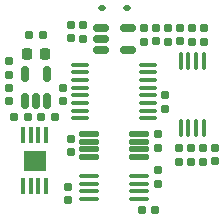
<source format=gbr>
G04 #@! TF.GenerationSoftware,KiCad,Pcbnew,9.0.3*
G04 #@! TF.CreationDate,2025-08-06T23:44:27+02:00*
G04 #@! TF.ProjectId,MADC,4d414443-2e6b-4696-9361-645f70636258,rev?*
G04 #@! TF.SameCoordinates,Original*
G04 #@! TF.FileFunction,Soldermask,Top*
G04 #@! TF.FilePolarity,Negative*
%FSLAX46Y46*%
G04 Gerber Fmt 4.6, Leading zero omitted, Abs format (unit mm)*
G04 Created by KiCad (PCBNEW 9.0.3) date 2025-08-06 23:44:27*
%MOMM*%
%LPD*%
G01*
G04 APERTURE LIST*
G04 Aperture macros list*
%AMRoundRect*
0 Rectangle with rounded corners*
0 $1 Rounding radius*
0 $2 $3 $4 $5 $6 $7 $8 $9 X,Y pos of 4 corners*
0 Add a 4 corners polygon primitive as box body*
4,1,4,$2,$3,$4,$5,$6,$7,$8,$9,$2,$3,0*
0 Add four circle primitives for the rounded corners*
1,1,$1+$1,$2,$3*
1,1,$1+$1,$4,$5*
1,1,$1+$1,$6,$7*
1,1,$1+$1,$8,$9*
0 Add four rect primitives between the rounded corners*
20,1,$1+$1,$2,$3,$4,$5,0*
20,1,$1+$1,$4,$5,$6,$7,0*
20,1,$1+$1,$6,$7,$8,$9,0*
20,1,$1+$1,$8,$9,$2,$3,0*%
G04 Aperture macros list end*
%ADD10RoundRect,0.155000X0.155000X-0.212500X0.155000X0.212500X-0.155000X0.212500X-0.155000X-0.212500X0*%
%ADD11RoundRect,0.112500X0.187500X0.112500X-0.187500X0.112500X-0.187500X-0.112500X0.187500X-0.112500X0*%
%ADD12RoundRect,0.160000X0.160000X-0.197500X0.160000X0.197500X-0.160000X0.197500X-0.160000X-0.197500X0*%
%ADD13RoundRect,0.160000X0.197500X0.160000X-0.197500X0.160000X-0.197500X-0.160000X0.197500X-0.160000X0*%
%ADD14RoundRect,0.100000X-0.100000X0.637500X-0.100000X-0.637500X0.100000X-0.637500X0.100000X0.637500X0*%
%ADD15RoundRect,0.155000X0.212500X0.155000X-0.212500X0.155000X-0.212500X-0.155000X0.212500X-0.155000X0*%
%ADD16RoundRect,0.225000X0.225000X0.250000X-0.225000X0.250000X-0.225000X-0.250000X0.225000X-0.250000X0*%
%ADD17RoundRect,0.155000X-0.155000X0.212500X-0.155000X-0.212500X0.155000X-0.212500X0.155000X0.212500X0*%
%ADD18RoundRect,0.160000X-0.160000X0.197500X-0.160000X-0.197500X0.160000X-0.197500X0.160000X0.197500X0*%
%ADD19RoundRect,0.150000X0.150000X-0.512500X0.150000X0.512500X-0.150000X0.512500X-0.150000X-0.512500X0*%
%ADD20RoundRect,0.100000X-0.637500X-0.100000X0.637500X-0.100000X0.637500X0.100000X-0.637500X0.100000X0*%
%ADD21RoundRect,0.125000X-0.687500X-0.125000X0.687500X-0.125000X0.687500X0.125000X-0.687500X0.125000X0*%
%ADD22RoundRect,0.150000X-0.512500X-0.150000X0.512500X-0.150000X0.512500X0.150000X-0.512500X0.150000X0*%
%ADD23RoundRect,0.160000X-0.197500X-0.160000X0.197500X-0.160000X0.197500X0.160000X-0.197500X0.160000X0*%
%ADD24RoundRect,0.100000X0.100000X-0.612500X0.100000X0.612500X-0.100000X0.612500X-0.100000X-0.612500X0*%
%ADD25R,1.850000X1.730000*%
%ADD26RoundRect,0.100000X-0.712500X-0.100000X0.712500X-0.100000X0.712500X0.100000X-0.712500X0.100000X0*%
G04 APERTURE END LIST*
D10*
G04 #@! TO.C,C6*
X134874000Y-92134500D03*
X134874000Y-90999500D03*
G04 #@! TD*
D11*
G04 #@! TO.C,D1*
X144814000Y-84201000D03*
X142714000Y-84201000D03*
G04 #@! TD*
D12*
G04 #@! TO.C,R12*
X150241000Y-97244500D03*
X150241000Y-96049500D03*
G04 #@! TD*
D13*
G04 #@! TO.C,R2*
X136487500Y-93472000D03*
X135292500Y-93472000D03*
G04 #@! TD*
D10*
G04 #@! TO.C,C15*
X149352000Y-87054500D03*
X149352000Y-85919500D03*
G04 #@! TD*
D14*
G04 #@! TO.C,U6*
X151343000Y-88701000D03*
X150693000Y-88701000D03*
X150043000Y-88701000D03*
X149393000Y-88701000D03*
X149393000Y-94426000D03*
X150043000Y-94426000D03*
X150693000Y-94426000D03*
X151343000Y-94426000D03*
G04 #@! TD*
D15*
G04 #@! TO.C,C7*
X138743500Y-93472000D03*
X137608500Y-93472000D03*
G04 #@! TD*
D12*
G04 #@! TO.C,R11*
X149225000Y-97244500D03*
X149225000Y-96049500D03*
G04 #@! TD*
G04 #@! TO.C,R9*
X148336000Y-87084500D03*
X148336000Y-85889500D03*
G04 #@! TD*
D16*
G04 #@! TO.C,C8*
X137935000Y-88138000D03*
X136385000Y-88138000D03*
G04 #@! TD*
D10*
G04 #@! TO.C,C11*
X139446000Y-92134500D03*
X139446000Y-90999500D03*
G04 #@! TD*
G04 #@! TO.C,C16*
X152273000Y-97214500D03*
X152273000Y-96079500D03*
G04 #@! TD*
G04 #@! TO.C,C12*
X147320000Y-87054500D03*
X147320000Y-85919500D03*
G04 #@! TD*
G04 #@! TO.C,C1*
X148082000Y-92769500D03*
X148082000Y-91634500D03*
G04 #@! TD*
D17*
G04 #@! TO.C,C4*
X139827000Y-99381500D03*
X139827000Y-100516500D03*
G04 #@! TD*
D18*
G04 #@! TO.C,R10*
X151257000Y-96049500D03*
X151257000Y-97244500D03*
G04 #@! TD*
G04 #@! TO.C,R8*
X151384000Y-85889500D03*
X151384000Y-87084500D03*
G04 #@! TD*
D15*
G04 #@! TO.C,C2*
X147252500Y-101346000D03*
X146117500Y-101346000D03*
G04 #@! TD*
D19*
G04 #@! TO.C,U4*
X136210000Y-92069500D03*
X137160000Y-92069500D03*
X138110000Y-92069500D03*
X138110000Y-89794500D03*
X136210000Y-89794500D03*
G04 #@! TD*
D20*
G04 #@! TO.C,U1*
X140901500Y-89034500D03*
X140901500Y-89684500D03*
X140901500Y-90334500D03*
X140901500Y-90984500D03*
X140901500Y-91634500D03*
X140901500Y-92284500D03*
X140901500Y-92934500D03*
X140901500Y-93584500D03*
X146626500Y-93584500D03*
X146626500Y-92934500D03*
X146626500Y-92284500D03*
X146626500Y-91634500D03*
X146626500Y-90984500D03*
X146626500Y-90334500D03*
X146626500Y-89684500D03*
X146626500Y-89034500D03*
G04 #@! TD*
D21*
G04 #@! TO.C,U3*
X141651500Y-94910000D03*
X141651500Y-95560000D03*
X141651500Y-96210000D03*
X141651500Y-96860000D03*
X145876500Y-96860000D03*
X145876500Y-96210000D03*
X145876500Y-95560000D03*
X145876500Y-94910000D03*
G04 #@! TD*
D17*
G04 #@! TO.C,C13*
X140081000Y-85662000D03*
X140081000Y-86797000D03*
G04 #@! TD*
D10*
G04 #@! TO.C,C3*
X147447000Y-96068000D03*
X147447000Y-94933000D03*
G04 #@! TD*
D22*
G04 #@! TO.C,U5*
X142626500Y-85918000D03*
X142626500Y-86868000D03*
X142626500Y-87818000D03*
X144901500Y-87818000D03*
X144901500Y-85918000D03*
G04 #@! TD*
D23*
G04 #@! TO.C,R3*
X136562500Y-86487000D03*
X137757500Y-86487000D03*
G04 #@! TD*
D17*
G04 #@! TO.C,C9*
X140081000Y-95317500D03*
X140081000Y-96452500D03*
G04 #@! TD*
D24*
G04 #@! TO.C,RN3*
X136058000Y-99317500D03*
X136708000Y-99317500D03*
X137358000Y-99317500D03*
X138008000Y-99317500D03*
X138008000Y-94992500D03*
X137358000Y-94992500D03*
X136708000Y-94992500D03*
X136058000Y-94992500D03*
D25*
X137033000Y-97155000D03*
G04 #@! TD*
D18*
G04 #@! TO.C,R1*
X134874000Y-88687000D03*
X134874000Y-89882000D03*
G04 #@! TD*
D12*
G04 #@! TO.C,R7*
X150368000Y-87084500D03*
X150368000Y-85889500D03*
G04 #@! TD*
D17*
G04 #@! TO.C,C10*
X147447000Y-97984500D03*
X147447000Y-99119500D03*
G04 #@! TD*
D26*
G04 #@! TO.C,U2*
X141651500Y-98462500D03*
X141651500Y-99112500D03*
X141651500Y-99762500D03*
X141651500Y-100412500D03*
X145876500Y-100412500D03*
X145876500Y-99762500D03*
X145876500Y-99112500D03*
X145876500Y-98462500D03*
G04 #@! TD*
D12*
G04 #@! TO.C,R5*
X146304000Y-87084500D03*
X146304000Y-85889500D03*
G04 #@! TD*
G04 #@! TO.C,R6*
X141097000Y-86827000D03*
X141097000Y-85632000D03*
G04 #@! TD*
M02*

</source>
